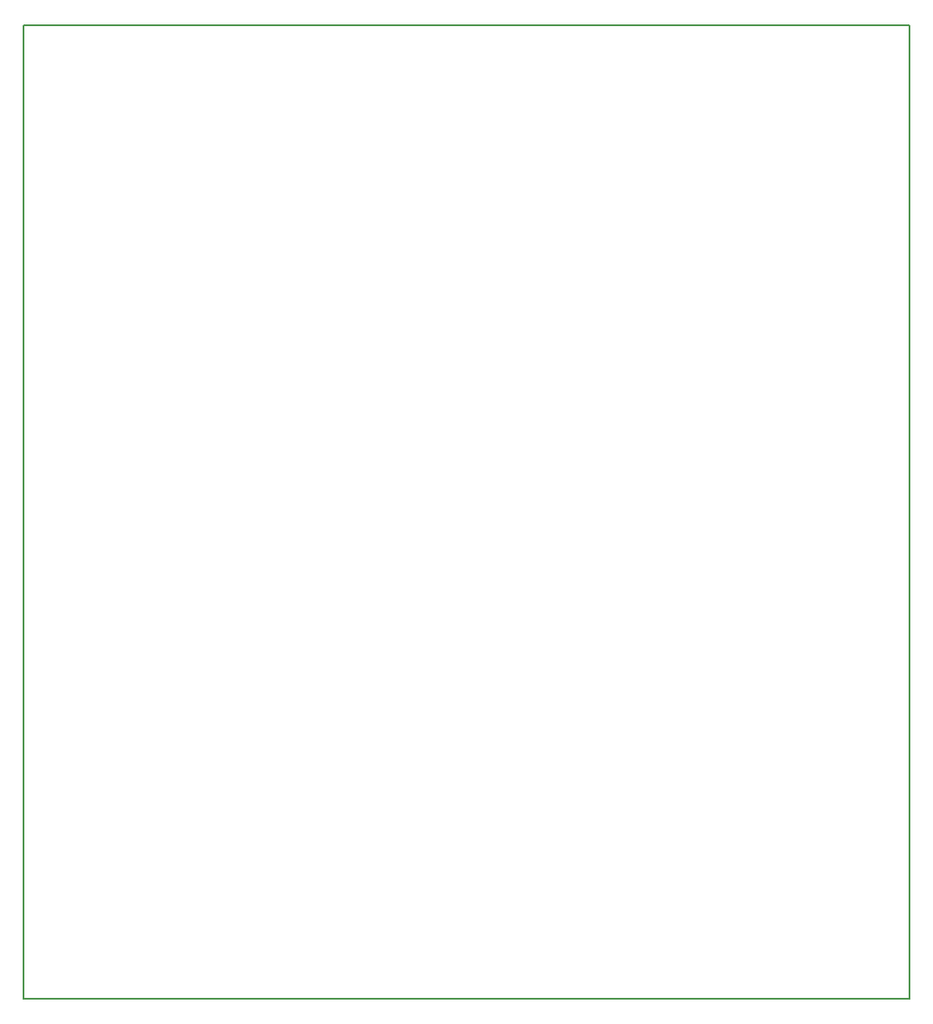
<source format=gm1>
G04 #@! TF.GenerationSoftware,KiCad,Pcbnew,5.0.2+dfsg1-1~bpo9+1*
G04 #@! TF.CreationDate,2019-09-20T22:33:43+02:00*
G04 #@! TF.ProjectId,PIC32MZTOMX,50494333-324d-45a5-944f-4d582e6b6963,rev?*
G04 #@! TF.SameCoordinates,Original*
G04 #@! TF.FileFunction,Profile,NP*
%FSLAX46Y46*%
G04 Gerber Fmt 4.6, Leading zero omitted, Abs format (unit mm)*
G04 Created by KiCad (PCBNEW 5.0.2+dfsg1-1~bpo9+1) date ven. 20 sept. 2019 22:33:43 CEST*
%MOMM*%
%LPD*%
G01*
G04 APERTURE LIST*
%ADD10C,0.200000*%
G04 APERTURE END LIST*
D10*
X126746000Y-156083000D02*
X126746000Y-61468000D01*
X212979000Y-156083000D02*
X126746000Y-156083000D01*
X212979000Y-61468000D02*
X212979000Y-156083000D01*
X126746000Y-61468000D02*
X212979000Y-61468000D01*
M02*

</source>
